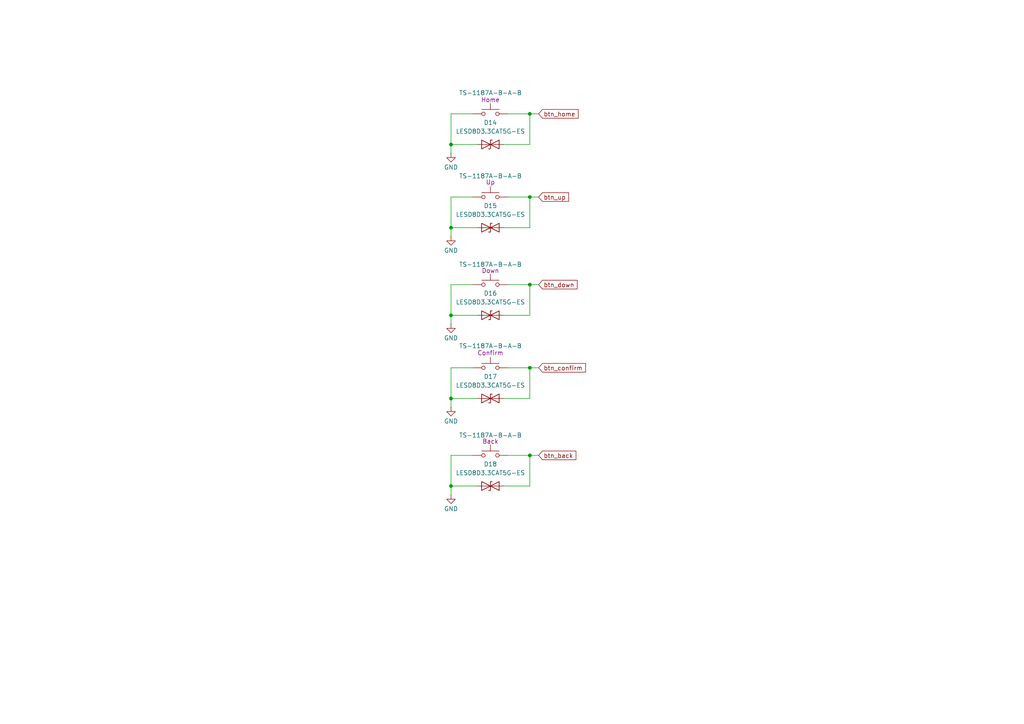
<source format=kicad_sch>
(kicad_sch (version 20231120) (generator "eeschema") (generator_version "8.0")
  (paper "A4")
  (lib_symbols
    (symbol "Diode:SD36_SOD323" (pin_numbers hide) (pin_names (offset 1.016) hide)
      (property "Reference" "D" (at 0 2.54 0))
      (property "Value" "SD36_SOD323" (at 0 -2.54 0))
      (symbol "SD36_SOD323_0_1"
        (polyline (pts (xy 1.27 0) (xy -1.27 0)))
        (polyline (pts (xy -2.54 -1.27) (xy 0 0) (xy -2.54 1.27) (xy -2.54 -1.27)) (stroke (width 0.2032)))
        (polyline (pts (xy 0.508 1.27) (xy 0 1.27) (xy 0 -1.27) (xy -0.508 -1.27)) (stroke (width 0.2032)))
        (polyline (pts (xy 2.54 1.27) (xy 2.54 -1.27) (xy 0 0) (xy 2.54 1.27)) (stroke (width 0.2032)))
      )
      (symbol "SD36_SOD323_1_1"
        (pin passive line (at -3.81 0 0) (length 2.54) (name "A1") (number "1"))
        (pin passive line (at 3.81 0 180) (length 2.54) (name "A2") (number "2"))
      )
    )
    (symbol "Switch:SW_Push" (pin_numbers hide) (pin_names (offset 1.016) hide)
      (property "Reference" "SW" (at 1.27 2.54 0))
      (property "Value" "SW_Push" (at 0 -1.524 0))
      (symbol "SW_Push_0_1"
        (circle (center -2.032 0) (radius 0.508))
        (polyline (pts (xy 0 1.27) (xy 0 3.048)))
        (polyline (pts (xy 2.54 1.27) (xy -2.54 1.27)))
        (circle (center 2.032 0) (radius 0.508))
        (pin passive line (at -5.08 0 0) (length 2.54) (name "1") (number "1"))
        (pin passive line (at 5.08 0 180) (length 2.54) (name "2") (number "2"))
      )
    )
    (symbol "power:GND" (power) (pin_numbers hide) (pin_names (offset 0) hide)
      (property "Value" "GND" (at 0 -3.81 0))
      (symbol "GND_0_1"
        (polyline (pts (xy 0 0) (xy 0 -1.27) (xy 1.27 -1.27) (xy 0 -2.54) (xy -1.27 -1.27) (xy 0 -1.27)))
      )
      (symbol "GND_1_1"
        (pin power_in line (at 0 0 270) (length 0) (name "~") (number "1"))
      )
    )
  )
  (junction (at 153.67 106.68))
  (junction (at 130.81 66.04))
  (junction (at 130.81 91.44))
  (junction (at 153.67 132.08))
  (junction (at 153.67 82.55))
  (junction (at 130.81 140.97))
  (junction (at 153.67 33.02))
  (junction (at 130.81 115.57))
  (junction (at 153.67 57.15))
  (junction (at 130.81 41.91))
  (wire (pts (xy 130.81 115.57) (xy 130.81 106.68)))
  (wire (pts (xy 153.67 132.08) (xy 156.21 132.08)))
  (wire (pts (xy 130.81 41.91) (xy 138.43 41.91)))
  (wire (pts (xy 130.81 33.02) (xy 137.16 33.02)))
  (wire (pts (xy 153.67 57.15) (xy 156.21 57.15)))
  (wire (pts (xy 130.81 66.04) (xy 138.43 66.04)))
  (wire (pts (xy 130.81 57.15) (xy 137.16 57.15)))
  (wire (pts (xy 147.32 106.68) (xy 153.67 106.68)))
  (wire (pts (xy 130.81 115.57) (xy 138.43 115.57)))
  (wire (pts (xy 147.32 82.55) (xy 153.67 82.55)))
  (wire (pts (xy 146.05 41.91) (xy 153.67 41.91)))
  (wire (pts (xy 130.81 44.45) (xy 130.81 41.91)))
  (wire (pts (xy 130.81 106.68) (xy 137.16 106.68)))
  (wire (pts (xy 146.05 66.04) (xy 153.67 66.04)))
  (wire (pts (xy 130.81 143.51) (xy 130.81 140.97)))
  (wire (pts (xy 147.32 57.15) (xy 153.67 57.15)))
  (wire (pts (xy 153.67 106.68) (xy 156.21 106.68)))
  (wire (pts (xy 130.81 68.58) (xy 130.81 66.04)))
  (wire (pts (xy 147.32 132.08) (xy 153.67 132.08)))
  (wire (pts (xy 153.67 91.44) (xy 153.67 82.55)))
  (wire (pts (xy 153.67 140.97) (xy 153.67 132.08)))
  (wire (pts (xy 130.81 91.44) (xy 130.81 82.55)))
  (wire (pts (xy 130.81 82.55) (xy 137.16 82.55)))
  (wire (pts (xy 153.67 82.55) (xy 156.21 82.55)))
  (wire (pts (xy 146.05 140.97) (xy 153.67 140.97)))
  (wire (pts (xy 147.32 33.02) (xy 153.67 33.02)))
  (wire (pts (xy 130.81 91.44) (xy 138.43 91.44)))
  (wire (pts (xy 130.81 118.11) (xy 130.81 115.57)))
  (wire (pts (xy 130.81 132.08) (xy 137.16 132.08)))
  (wire (pts (xy 130.81 140.97) (xy 138.43 140.97)))
  (wire (pts (xy 153.67 33.02) (xy 156.21 33.02)))
  (wire (pts (xy 130.81 41.91) (xy 130.81 33.02)))
  (wire (pts (xy 130.81 140.97) (xy 130.81 132.08)))
  (wire (pts (xy 153.67 41.91) (xy 153.67 33.02)))
  (wire (pts (xy 153.67 66.04) (xy 153.67 57.15)))
  (wire (pts (xy 146.05 115.57) (xy 153.67 115.57)))
  (wire (pts (xy 146.05 91.44) (xy 153.67 91.44)))
  (wire (pts (xy 153.67 115.57) (xy 153.67 106.68)))
  (wire (pts (xy 130.81 93.98) (xy 130.81 91.44)))
  (wire (pts (xy 130.81 66.04) (xy 130.81 57.15)))
  (global_label "btn_confirm" (shape input) (at 156.21 106.68 0) (property "Intersheetrefs" "${INTERSHEET_REFS}" (effects (hide yes))))
  (global_label "btn_home" (shape input) (at 156.21 33.02 0) (property "Intersheetrefs" "${INTERSHEET_REFS}" (effects (hide yes))))
  (global_label "btn_down" (shape input) (at 156.21 82.55 0) (property "Intersheetrefs" "${INTERSHEET_REFS}" (effects (hide yes))))
  (global_label "btn_back" (shape input) (at 156.21 132.08 0) (property "Intersheetrefs" "${INTERSHEET_REFS}" (effects (hide yes))))
  (global_label "btn_up" (shape input) (at 156.21 57.15 0) (property "Intersheetrefs" "${INTERSHEET_REFS}" (effects (hide yes))))
  (symbol (lib_id "power:GND") (at 130.81 44.45 0) (unit 1)
    (property "Reference" "#PWR029" (effects (hide yes)))
    (property "Value" "GND" (at 130.81 48.514 0))
    (property "Description" "Power symbol creates a global label with name \"GND\" , ground" (effects (hide yes)))
  )
  (symbol (lib_id "Switch:SW_Push") (at 142.24 82.55 0) (mirror y) (unit 1)
    (property "Reference" "SW_5" (effects (hide yes)))
    (property "Value" "TS-1187A-B-A-B" (at 142.24 76.708 0))
    (property "Footprint" "Button_Switch_SMD:SW_SPST_TL3342" (effects (hide yes)))
    (property "Datasheet" "https://www.lcsc.com/datasheet/lcsc_datasheet_2304140030_XKB-Connection-TS-1187A-B-A-B_C318884.pdf" (effects (hide yes)))
    (property "Description" "Push button switch, generic, two pins" (effects (hide yes)))
    (property "Comment" "Down" (at 142.24 78.486 0))
    (property "LCSC Part # " "C318884" (effects (hide yes)))
  )
  (symbol (lib_id "Switch:SW_Push") (at 142.24 132.08 0) (mirror y) (unit 1)
    (property "Reference" "SW_7" (effects (hide yes)))
    (property "Value" "TS-1187A-B-A-B" (at 142.24 126.238 0))
    (property "Footprint" "Button_Switch_SMD:SW_SPST_TL3342" (effects (hide yes)))
    (property "Datasheet" "https://www.lcsc.com/datasheet/lcsc_datasheet_2304140030_XKB-Connection-TS-1187A-B-A-B_C318884.pdf" (effects (hide yes)))
    (property "Description" "Push button switch, generic, two pins" (effects (hide yes)))
    (property "Comment" "Back" (at 142.24 128.016 0))
    (property "LCSC Part # " "C318884" (effects (hide yes)))
  )
  (symbol (lib_id "Switch:SW_Push") (at 142.24 33.02 0) (mirror y) (unit 1)
    (property "Reference" "SW_3" (effects (hide yes)))
    (property "Value" "TS-1187A-B-A-B" (at 142.24 26.924 0))
    (property "Footprint" "Button_Switch_SMD:SW_SPST_TL3342" (effects (hide yes)))
    (property "Datasheet" "https://www.lcsc.com/datasheet/lcsc_datasheet_2304140030_XKB-Connection-TS-1187A-B-A-B_C318884.pdf" (effects (hide yes)))
    (property "Description" "Push button switch, generic, two pins" (effects (hide yes)))
    (property "Comment" "Home" (at 142.24 28.956 0))
    (property "LCSC Part # " "C318884" (effects (hide yes)))
  )
  (symbol (lib_id "Diode:SD36_SOD323") (at 142.24 140.97 0) (unit 1)
    (property "Reference" "D18" (at 142.24 134.62 0))
    (property "Value" "LESD8D3.3CAT5G-ES" (at 142.24 137.16 0))
    (property "Footprint" "Diode_SMD:D_SOD-882" (effects (hide yes)))
    (property "Datasheet" "https://wmsc.lcsc.com/wmsc/upload/file/pdf/v2/lcsc/2210171700_ElecSuper-LESD8D3-3CAT5G-ES_C5199186.pdf" (effects (hide yes)))
    (property "Description" "6A 80W 10V 3.7V Bidirectional 3.3V DFN1006-2L ESD and Surge Protection (TVS/ESD) ROHS" (effects (hide yes)))
    (property "LCSC Part # " "C5199186" (effects (hide yes)))
  )
  (symbol (lib_id "power:GND") (at 130.81 93.98 0) (unit 1)
    (property "Reference" "#PWR031" (effects (hide yes)))
    (property "Value" "GND" (at 130.81 98.044 0))
    (property "Description" "Power symbol creates a global label with name \"GND\" , ground" (effects (hide yes)))
  )
  (symbol (lib_id "Diode:SD36_SOD323") (at 142.24 115.57 0) (unit 1)
    (property "Reference" "D17" (at 142.24 109.22 0))
    (property "Value" "LESD8D3.3CAT5G-ES" (at 142.24 111.76 0))
    (property "Footprint" "Diode_SMD:D_SOD-882" (effects (hide yes)))
    (property "Datasheet" "https://wmsc.lcsc.com/wmsc/upload/file/pdf/v2/lcsc/2210171700_ElecSuper-LESD8D3-3CAT5G-ES_C5199186.pdf" (effects (hide yes)))
    (property "Description" "6A 80W 10V 3.7V Bidirectional 3.3V DFN1006-2L ESD and Surge Protection (TVS/ESD) ROHS" (effects (hide yes)))
    (property "LCSC Part # " "C5199186" (effects (hide yes)))
  )
  (symbol (lib_id "Diode:SD36_SOD323") (at 142.24 91.44 0) (unit 1)
    (property "Reference" "D16" (at 142.24 85.09 0))
    (property "Value" "LESD8D3.3CAT5G-ES" (at 142.24 87.63 0))
    (property "Footprint" "Diode_SMD:D_SOD-882" (effects (hide yes)))
    (property "Datasheet" "https://wmsc.lcsc.com/wmsc/upload/file/pdf/v2/lcsc/2210171700_ElecSuper-LESD8D3-3CAT5G-ES_C5199186.pdf" (effects (hide yes)))
    (property "Description" "6A 80W 10V 3.7V Bidirectional 3.3V DFN1006-2L ESD and Surge Protection (TVS/ESD) ROHS" (effects (hide yes)))
    (property "LCSC Part # " "C5199186" (effects (hide yes)))
  )
  (symbol (lib_id "Switch:SW_Push") (at 142.24 106.68 0) (mirror y) (unit 1)
    (property "Reference" "SW_6" (effects (hide yes)))
    (property "Value" "TS-1187A-B-A-B" (at 142.24 100.33 0))
    (property "Footprint" "Button_Switch_SMD:SW_SPST_TL3342" (effects (hide yes)))
    (property "Datasheet" "https://www.lcsc.com/datasheet/lcsc_datasheet_2304140030_XKB-Connection-TS-1187A-B-A-B_C318884.pdf" (effects (hide yes)))
    (property "Description" "Push button switch, generic, two pins" (effects (hide yes)))
    (property "Comment" "Confirm" (at 142.24 102.362 0))
    (property "LCSC Part # " "C318884" (effects (hide yes)))
  )
  (symbol (lib_id "power:GND") (at 130.81 118.11 0) (unit 1)
    (property "Reference" "#PWR032" (effects (hide yes)))
    (property "Value" "GND" (at 130.81 122.174 0))
    (property "Description" "Power symbol creates a global label with name \"GND\" , ground" (effects (hide yes)))
  )
  (symbol (lib_id "Diode:SD36_SOD323") (at 142.24 41.91 0) (unit 1)
    (property "Reference" "D14" (at 142.24 35.56 0))
    (property "Value" "LESD8D3.3CAT5G-ES" (at 142.24 38.1 0))
    (property "Footprint" "Diode_SMD:D_SOD-882" (effects (hide yes)))
    (property "Datasheet" "https://wmsc.lcsc.com/wmsc/upload/file/pdf/v2/lcsc/2210171700_ElecSuper-LESD8D3-3CAT5G-ES_C5199186.pdf" (effects (hide yes)))
    (property "Description" "6A 80W 10V 3.7V Bidirectional 3.3V DFN1006-2L ESD and Surge Protection (TVS/ESD) ROHS" (effects (hide yes)))
    (property "LCSC Part # " "C5199186" (effects (hide yes)))
  )
  (symbol (lib_id "Switch:SW_Push") (at 142.24 57.15 0) (mirror y) (unit 1)
    (property "Reference" "SW_4" (effects (hide yes)))
    (property "Value" "TS-1187A-B-A-B" (at 142.24 51.054 0))
    (property "Footprint" "Button_Switch_SMD:SW_SPST_TL3342" (effects (hide yes)))
    (property "Datasheet" "https://www.lcsc.com/datasheet/lcsc_datasheet_2304140030_XKB-Connection-TS-1187A-B-A-B_C318884.pdf" (effects (hide yes)))
    (property "Description" "Push button switch, generic, two pins" (effects (hide yes)))
    (property "Comment" "Up" (at 142.24 52.832 0))
    (property "LCSC Part # " "C318884" (effects (hide yes)))
  )
  (symbol (lib_id "power:GND") (at 130.81 68.58 0) (unit 1)
    (property "Reference" "#PWR030" (effects (hide yes)))
    (property "Value" "GND" (at 130.81 72.644 0))
    (property "Description" "Power symbol creates a global label with name \"GND\" , ground" (effects (hide yes)))
  )
  (symbol (lib_id "Diode:SD36_SOD323") (at 142.24 66.04 0) (unit 1)
    (property "Reference" "D15" (at 142.24 59.69 0))
    (property "Value" "LESD8D3.3CAT5G-ES" (at 142.24 62.23 0))
    (property "Footprint" "Diode_SMD:D_SOD-882" (effects (hide yes)))
    (property "Datasheet" "https://wmsc.lcsc.com/wmsc/upload/file/pdf/v2/lcsc/2210171700_ElecSuper-LESD8D3-3CAT5G-ES_C5199186.pdf" (effects (hide yes)))
    (property "Description" "6A 80W 10V 3.7V Bidirectional 3.3V DFN1006-2L ESD and Surge Protection (TVS/ESD) ROHS" (effects (hide yes)))
    (property "LCSC Part # " "C5199186" (effects (hide yes)))
  )
  (symbol (lib_id "power:GND") (at 130.81 143.51 0) (unit 1)
    (property "Reference" "#PWR033" (effects (hide yes)))
    (property "Value" "GND" (at 130.81 147.574 0))
    (property "Description" "Power symbol creates a global label with name \"GND\" , ground" (effects (hide yes)))
  )
)
</source>
